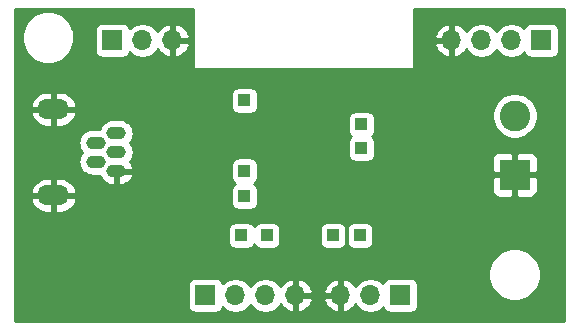
<source format=gbr>
G04 #@! TF.GenerationSoftware,KiCad,Pcbnew,(5.1.10)-1*
G04 #@! TF.CreationDate,2021-09-16T22:40:54-04:00*
G04 #@! TF.ProjectId,ESP_Switch,4553505f-5377-4697-9463-682e6b696361,v1.2*
G04 #@! TF.SameCoordinates,Original*
G04 #@! TF.FileFunction,Copper,L2,Bot*
G04 #@! TF.FilePolarity,Positive*
%FSLAX46Y46*%
G04 Gerber Fmt 4.6, Leading zero omitted, Abs format (unit mm)*
G04 Created by KiCad (PCBNEW (5.1.10)-1) date 2021-09-16 22:40:54*
%MOMM*%
%LPD*%
G01*
G04 APERTURE LIST*
G04 #@! TA.AperFunction,ComponentPad*
%ADD10O,2.700000X1.700000*%
G04 #@! TD*
G04 #@! TA.AperFunction,ComponentPad*
%ADD11O,1.650000X1.100000*%
G04 #@! TD*
G04 #@! TA.AperFunction,SMDPad,CuDef*
%ADD12R,1.000000X1.000000*%
G04 #@! TD*
G04 #@! TA.AperFunction,ComponentPad*
%ADD13O,1.700000X1.700000*%
G04 #@! TD*
G04 #@! TA.AperFunction,ComponentPad*
%ADD14R,1.700000X1.700000*%
G04 #@! TD*
G04 #@! TA.AperFunction,ComponentPad*
%ADD15C,2.600000*%
G04 #@! TD*
G04 #@! TA.AperFunction,ComponentPad*
%ADD16R,2.600000X2.600000*%
G04 #@! TD*
G04 #@! TA.AperFunction,ViaPad*
%ADD17C,0.800000*%
G04 #@! TD*
G04 #@! TA.AperFunction,Conductor*
%ADD18C,0.254000*%
G04 #@! TD*
G04 #@! TA.AperFunction,Conductor*
%ADD19C,0.100000*%
G04 #@! TD*
G04 APERTURE END LIST*
D10*
X83138800Y-94137500D03*
X83138800Y-86837500D03*
D11*
X86713800Y-91287500D03*
X86713800Y-89687500D03*
X88463800Y-92087500D03*
X88463800Y-88887500D03*
X88463800Y-90487500D03*
D12*
X99314000Y-92075000D03*
X99314000Y-94234000D03*
X109220000Y-88138000D03*
X109220000Y-90170000D03*
X109093000Y-97536000D03*
X106807000Y-97536000D03*
X101219000Y-97536000D03*
X99060000Y-97536000D03*
X99314000Y-86106000D03*
D13*
X93218000Y-81026000D03*
X90678000Y-81026000D03*
D14*
X88138000Y-81026000D03*
X96012000Y-102616000D03*
D13*
X98552000Y-102616000D03*
X101092000Y-102616000D03*
X103632000Y-102616000D03*
D15*
X122200000Y-87400000D03*
D16*
X122200000Y-92400000D03*
D13*
X116840000Y-81026000D03*
X119380000Y-81026000D03*
X121920000Y-81026000D03*
D14*
X124460000Y-81026000D03*
D13*
X107442000Y-102616000D03*
X109982000Y-102616000D03*
D14*
X112522000Y-102616000D03*
D17*
X113538000Y-100330000D03*
X115062000Y-101981000D03*
X122923300Y-79070200D03*
X120688100Y-79070200D03*
X96774000Y-99949000D03*
X111506000Y-100330000D03*
X119126000Y-94742000D03*
X84836000Y-104394000D03*
X86360000Y-104394000D03*
X90932000Y-102870000D03*
X90932000Y-104394000D03*
X90424000Y-96774000D03*
X92456000Y-92710000D03*
X92456000Y-93980000D03*
X92456000Y-95123000D03*
X125780800Y-79082900D03*
X83566000Y-97282000D03*
X86360000Y-103124000D03*
X95377000Y-99949000D03*
X88900000Y-96266000D03*
X91186000Y-99060000D03*
X84836000Y-103124000D03*
X86614000Y-99822000D03*
X84836000Y-99822000D03*
X84836000Y-98552000D03*
X86614000Y-98552000D03*
X94615000Y-104394000D03*
X118999000Y-103759000D03*
X125349000Y-103759000D03*
X86600000Y-86050000D03*
X86700000Y-83200000D03*
X89500000Y-83200000D03*
X91200000Y-85750000D03*
X89600000Y-87300000D03*
X87000000Y-93400000D03*
X86800000Y-87950000D03*
X84650000Y-90450000D03*
X85850000Y-94550000D03*
X99314000Y-86106000D03*
X99060000Y-97536000D03*
X101219000Y-97536000D03*
X106807000Y-97536000D03*
X109093000Y-97536000D03*
X109220000Y-90170000D03*
X109220000Y-88138000D03*
X99314000Y-94234000D03*
X99314000Y-92075000D03*
D18*
X94996000Y-83312000D02*
X94998440Y-83336776D01*
X95005667Y-83360601D01*
X95017403Y-83382557D01*
X95033197Y-83401803D01*
X95052443Y-83417597D01*
X95074399Y-83429333D01*
X95098224Y-83436560D01*
X95123000Y-83439000D01*
X113538000Y-83439000D01*
X113562776Y-83436560D01*
X113586601Y-83429333D01*
X113608557Y-83417597D01*
X113627803Y-83401803D01*
X113643597Y-83382557D01*
X113655333Y-83360601D01*
X113662560Y-83336776D01*
X113665000Y-83312000D01*
X113665000Y-81382891D01*
X115398519Y-81382891D01*
X115495843Y-81657252D01*
X115644822Y-81907355D01*
X115839731Y-82123588D01*
X116073080Y-82297641D01*
X116335901Y-82422825D01*
X116483110Y-82467476D01*
X116713000Y-82346155D01*
X116713000Y-81153000D01*
X115519186Y-81153000D01*
X115398519Y-81382891D01*
X113665000Y-81382891D01*
X113665000Y-80669109D01*
X115398519Y-80669109D01*
X115519186Y-80899000D01*
X116713000Y-80899000D01*
X116713000Y-79705845D01*
X116967000Y-79705845D01*
X116967000Y-80899000D01*
X116987000Y-80899000D01*
X116987000Y-81153000D01*
X116967000Y-81153000D01*
X116967000Y-82346155D01*
X117196890Y-82467476D01*
X117344099Y-82422825D01*
X117606920Y-82297641D01*
X117840269Y-82123588D01*
X118035178Y-81907355D01*
X118104805Y-81790466D01*
X118226525Y-81972632D01*
X118433368Y-82179475D01*
X118676589Y-82341990D01*
X118946842Y-82453932D01*
X119233740Y-82511000D01*
X119526260Y-82511000D01*
X119813158Y-82453932D01*
X120083411Y-82341990D01*
X120326632Y-82179475D01*
X120533475Y-81972632D01*
X120650000Y-81798240D01*
X120766525Y-81972632D01*
X120973368Y-82179475D01*
X121216589Y-82341990D01*
X121486842Y-82453932D01*
X121773740Y-82511000D01*
X122066260Y-82511000D01*
X122353158Y-82453932D01*
X122623411Y-82341990D01*
X122866632Y-82179475D01*
X122998487Y-82047620D01*
X123020498Y-82120180D01*
X123079463Y-82230494D01*
X123158815Y-82327185D01*
X123255506Y-82406537D01*
X123365820Y-82465502D01*
X123485518Y-82501812D01*
X123610000Y-82514072D01*
X125310000Y-82514072D01*
X125434482Y-82501812D01*
X125554180Y-82465502D01*
X125664494Y-82406537D01*
X125761185Y-82327185D01*
X125840537Y-82230494D01*
X125899502Y-82120180D01*
X125935812Y-82000482D01*
X125948072Y-81876000D01*
X125948072Y-80176000D01*
X125935812Y-80051518D01*
X125899502Y-79931820D01*
X125840537Y-79821506D01*
X125761185Y-79724815D01*
X125664494Y-79645463D01*
X125554180Y-79586498D01*
X125434482Y-79550188D01*
X125310000Y-79537928D01*
X123610000Y-79537928D01*
X123485518Y-79550188D01*
X123365820Y-79586498D01*
X123255506Y-79645463D01*
X123158815Y-79724815D01*
X123079463Y-79821506D01*
X123020498Y-79931820D01*
X122998487Y-80004380D01*
X122866632Y-79872525D01*
X122623411Y-79710010D01*
X122353158Y-79598068D01*
X122066260Y-79541000D01*
X121773740Y-79541000D01*
X121486842Y-79598068D01*
X121216589Y-79710010D01*
X120973368Y-79872525D01*
X120766525Y-80079368D01*
X120650000Y-80253760D01*
X120533475Y-80079368D01*
X120326632Y-79872525D01*
X120083411Y-79710010D01*
X119813158Y-79598068D01*
X119526260Y-79541000D01*
X119233740Y-79541000D01*
X118946842Y-79598068D01*
X118676589Y-79710010D01*
X118433368Y-79872525D01*
X118226525Y-80079368D01*
X118104805Y-80261534D01*
X118035178Y-80144645D01*
X117840269Y-79928412D01*
X117606920Y-79754359D01*
X117344099Y-79629175D01*
X117196890Y-79584524D01*
X116967000Y-79705845D01*
X116713000Y-79705845D01*
X116483110Y-79584524D01*
X116335901Y-79629175D01*
X116073080Y-79754359D01*
X115839731Y-79928412D01*
X115644822Y-80144645D01*
X115495843Y-80394748D01*
X115398519Y-80669109D01*
X113665000Y-80669109D01*
X113665000Y-78384000D01*
X126340001Y-78384000D01*
X126340000Y-104750000D01*
X79908000Y-104750000D01*
X79908000Y-101766000D01*
X94523928Y-101766000D01*
X94523928Y-103466000D01*
X94536188Y-103590482D01*
X94572498Y-103710180D01*
X94631463Y-103820494D01*
X94710815Y-103917185D01*
X94807506Y-103996537D01*
X94917820Y-104055502D01*
X95037518Y-104091812D01*
X95162000Y-104104072D01*
X96862000Y-104104072D01*
X96986482Y-104091812D01*
X97106180Y-104055502D01*
X97216494Y-103996537D01*
X97313185Y-103917185D01*
X97392537Y-103820494D01*
X97451502Y-103710180D01*
X97473513Y-103637620D01*
X97605368Y-103769475D01*
X97848589Y-103931990D01*
X98118842Y-104043932D01*
X98405740Y-104101000D01*
X98698260Y-104101000D01*
X98985158Y-104043932D01*
X99255411Y-103931990D01*
X99498632Y-103769475D01*
X99705475Y-103562632D01*
X99822000Y-103388240D01*
X99938525Y-103562632D01*
X100145368Y-103769475D01*
X100388589Y-103931990D01*
X100658842Y-104043932D01*
X100945740Y-104101000D01*
X101238260Y-104101000D01*
X101525158Y-104043932D01*
X101795411Y-103931990D01*
X102038632Y-103769475D01*
X102245475Y-103562632D01*
X102367195Y-103380466D01*
X102436822Y-103497355D01*
X102631731Y-103713588D01*
X102865080Y-103887641D01*
X103127901Y-104012825D01*
X103275110Y-104057476D01*
X103505000Y-103936155D01*
X103505000Y-102743000D01*
X103759000Y-102743000D01*
X103759000Y-103936155D01*
X103988890Y-104057476D01*
X104136099Y-104012825D01*
X104398920Y-103887641D01*
X104632269Y-103713588D01*
X104827178Y-103497355D01*
X104976157Y-103247252D01*
X105073481Y-102972891D01*
X106000519Y-102972891D01*
X106097843Y-103247252D01*
X106246822Y-103497355D01*
X106441731Y-103713588D01*
X106675080Y-103887641D01*
X106937901Y-104012825D01*
X107085110Y-104057476D01*
X107315000Y-103936155D01*
X107315000Y-102743000D01*
X106121186Y-102743000D01*
X106000519Y-102972891D01*
X105073481Y-102972891D01*
X104952814Y-102743000D01*
X103759000Y-102743000D01*
X103505000Y-102743000D01*
X103485000Y-102743000D01*
X103485000Y-102489000D01*
X103505000Y-102489000D01*
X103505000Y-101295845D01*
X103759000Y-101295845D01*
X103759000Y-102489000D01*
X104952814Y-102489000D01*
X105073481Y-102259109D01*
X106000519Y-102259109D01*
X106121186Y-102489000D01*
X107315000Y-102489000D01*
X107315000Y-101295845D01*
X107569000Y-101295845D01*
X107569000Y-102489000D01*
X107589000Y-102489000D01*
X107589000Y-102743000D01*
X107569000Y-102743000D01*
X107569000Y-103936155D01*
X107798890Y-104057476D01*
X107946099Y-104012825D01*
X108208920Y-103887641D01*
X108442269Y-103713588D01*
X108637178Y-103497355D01*
X108706805Y-103380466D01*
X108828525Y-103562632D01*
X109035368Y-103769475D01*
X109278589Y-103931990D01*
X109548842Y-104043932D01*
X109835740Y-104101000D01*
X110128260Y-104101000D01*
X110415158Y-104043932D01*
X110685411Y-103931990D01*
X110928632Y-103769475D01*
X111060487Y-103637620D01*
X111082498Y-103710180D01*
X111141463Y-103820494D01*
X111220815Y-103917185D01*
X111317506Y-103996537D01*
X111427820Y-104055502D01*
X111547518Y-104091812D01*
X111672000Y-104104072D01*
X113372000Y-104104072D01*
X113496482Y-104091812D01*
X113616180Y-104055502D01*
X113726494Y-103996537D01*
X113823185Y-103917185D01*
X113902537Y-103820494D01*
X113961502Y-103710180D01*
X113997812Y-103590482D01*
X114010072Y-103466000D01*
X114010072Y-101766000D01*
X113997812Y-101641518D01*
X113961502Y-101521820D01*
X113902537Y-101411506D01*
X113823185Y-101314815D01*
X113726494Y-101235463D01*
X113616180Y-101176498D01*
X113496482Y-101140188D01*
X113372000Y-101127928D01*
X111672000Y-101127928D01*
X111547518Y-101140188D01*
X111427820Y-101176498D01*
X111317506Y-101235463D01*
X111220815Y-101314815D01*
X111141463Y-101411506D01*
X111082498Y-101521820D01*
X111060487Y-101594380D01*
X110928632Y-101462525D01*
X110685411Y-101300010D01*
X110415158Y-101188068D01*
X110128260Y-101131000D01*
X109835740Y-101131000D01*
X109548842Y-101188068D01*
X109278589Y-101300010D01*
X109035368Y-101462525D01*
X108828525Y-101669368D01*
X108706805Y-101851534D01*
X108637178Y-101734645D01*
X108442269Y-101518412D01*
X108208920Y-101344359D01*
X107946099Y-101219175D01*
X107798890Y-101174524D01*
X107569000Y-101295845D01*
X107315000Y-101295845D01*
X107085110Y-101174524D01*
X106937901Y-101219175D01*
X106675080Y-101344359D01*
X106441731Y-101518412D01*
X106246822Y-101734645D01*
X106097843Y-101984748D01*
X106000519Y-102259109D01*
X105073481Y-102259109D01*
X104976157Y-101984748D01*
X104827178Y-101734645D01*
X104632269Y-101518412D01*
X104398920Y-101344359D01*
X104136099Y-101219175D01*
X103988890Y-101174524D01*
X103759000Y-101295845D01*
X103505000Y-101295845D01*
X103275110Y-101174524D01*
X103127901Y-101219175D01*
X102865080Y-101344359D01*
X102631731Y-101518412D01*
X102436822Y-101734645D01*
X102367195Y-101851534D01*
X102245475Y-101669368D01*
X102038632Y-101462525D01*
X101795411Y-101300010D01*
X101525158Y-101188068D01*
X101238260Y-101131000D01*
X100945740Y-101131000D01*
X100658842Y-101188068D01*
X100388589Y-101300010D01*
X100145368Y-101462525D01*
X99938525Y-101669368D01*
X99822000Y-101843760D01*
X99705475Y-101669368D01*
X99498632Y-101462525D01*
X99255411Y-101300010D01*
X98985158Y-101188068D01*
X98698260Y-101131000D01*
X98405740Y-101131000D01*
X98118842Y-101188068D01*
X97848589Y-101300010D01*
X97605368Y-101462525D01*
X97473513Y-101594380D01*
X97451502Y-101521820D01*
X97392537Y-101411506D01*
X97313185Y-101314815D01*
X97216494Y-101235463D01*
X97106180Y-101176498D01*
X96986482Y-101140188D01*
X96862000Y-101127928D01*
X95162000Y-101127928D01*
X95037518Y-101140188D01*
X94917820Y-101176498D01*
X94807506Y-101235463D01*
X94710815Y-101314815D01*
X94631463Y-101411506D01*
X94572498Y-101521820D01*
X94536188Y-101641518D01*
X94523928Y-101766000D01*
X79908000Y-101766000D01*
X79908000Y-100617872D01*
X119939000Y-100617872D01*
X119939000Y-101058128D01*
X120024890Y-101489925D01*
X120193369Y-101896669D01*
X120437962Y-102262729D01*
X120749271Y-102574038D01*
X121115331Y-102818631D01*
X121522075Y-102987110D01*
X121953872Y-103073000D01*
X122394128Y-103073000D01*
X122825925Y-102987110D01*
X123232669Y-102818631D01*
X123598729Y-102574038D01*
X123910038Y-102262729D01*
X124154631Y-101896669D01*
X124323110Y-101489925D01*
X124409000Y-101058128D01*
X124409000Y-100617872D01*
X124323110Y-100186075D01*
X124154631Y-99779331D01*
X123910038Y-99413271D01*
X123598729Y-99101962D01*
X123232669Y-98857369D01*
X122825925Y-98688890D01*
X122394128Y-98603000D01*
X121953872Y-98603000D01*
X121522075Y-98688890D01*
X121115331Y-98857369D01*
X120749271Y-99101962D01*
X120437962Y-99413271D01*
X120193369Y-99779331D01*
X120024890Y-100186075D01*
X119939000Y-100617872D01*
X79908000Y-100617872D01*
X79908000Y-97036000D01*
X97921928Y-97036000D01*
X97921928Y-98036000D01*
X97934188Y-98160482D01*
X97970498Y-98280180D01*
X98029463Y-98390494D01*
X98108815Y-98487185D01*
X98205506Y-98566537D01*
X98315820Y-98625502D01*
X98435518Y-98661812D01*
X98560000Y-98674072D01*
X99560000Y-98674072D01*
X99684482Y-98661812D01*
X99804180Y-98625502D01*
X99914494Y-98566537D01*
X100011185Y-98487185D01*
X100090537Y-98390494D01*
X100139500Y-98298892D01*
X100188463Y-98390494D01*
X100267815Y-98487185D01*
X100364506Y-98566537D01*
X100474820Y-98625502D01*
X100594518Y-98661812D01*
X100719000Y-98674072D01*
X101719000Y-98674072D01*
X101843482Y-98661812D01*
X101963180Y-98625502D01*
X102073494Y-98566537D01*
X102170185Y-98487185D01*
X102249537Y-98390494D01*
X102308502Y-98280180D01*
X102344812Y-98160482D01*
X102357072Y-98036000D01*
X102357072Y-97036000D01*
X105668928Y-97036000D01*
X105668928Y-98036000D01*
X105681188Y-98160482D01*
X105717498Y-98280180D01*
X105776463Y-98390494D01*
X105855815Y-98487185D01*
X105952506Y-98566537D01*
X106062820Y-98625502D01*
X106182518Y-98661812D01*
X106307000Y-98674072D01*
X107307000Y-98674072D01*
X107431482Y-98661812D01*
X107551180Y-98625502D01*
X107661494Y-98566537D01*
X107758185Y-98487185D01*
X107837537Y-98390494D01*
X107896502Y-98280180D01*
X107932812Y-98160482D01*
X107945072Y-98036000D01*
X107945072Y-97036000D01*
X107954928Y-97036000D01*
X107954928Y-98036000D01*
X107967188Y-98160482D01*
X108003498Y-98280180D01*
X108062463Y-98390494D01*
X108141815Y-98487185D01*
X108238506Y-98566537D01*
X108348820Y-98625502D01*
X108468518Y-98661812D01*
X108593000Y-98674072D01*
X109593000Y-98674072D01*
X109717482Y-98661812D01*
X109837180Y-98625502D01*
X109947494Y-98566537D01*
X110044185Y-98487185D01*
X110123537Y-98390494D01*
X110182502Y-98280180D01*
X110218812Y-98160482D01*
X110231072Y-98036000D01*
X110231072Y-97036000D01*
X110218812Y-96911518D01*
X110182502Y-96791820D01*
X110123537Y-96681506D01*
X110044185Y-96584815D01*
X109947494Y-96505463D01*
X109837180Y-96446498D01*
X109717482Y-96410188D01*
X109593000Y-96397928D01*
X108593000Y-96397928D01*
X108468518Y-96410188D01*
X108348820Y-96446498D01*
X108238506Y-96505463D01*
X108141815Y-96584815D01*
X108062463Y-96681506D01*
X108003498Y-96791820D01*
X107967188Y-96911518D01*
X107954928Y-97036000D01*
X107945072Y-97036000D01*
X107932812Y-96911518D01*
X107896502Y-96791820D01*
X107837537Y-96681506D01*
X107758185Y-96584815D01*
X107661494Y-96505463D01*
X107551180Y-96446498D01*
X107431482Y-96410188D01*
X107307000Y-96397928D01*
X106307000Y-96397928D01*
X106182518Y-96410188D01*
X106062820Y-96446498D01*
X105952506Y-96505463D01*
X105855815Y-96584815D01*
X105776463Y-96681506D01*
X105717498Y-96791820D01*
X105681188Y-96911518D01*
X105668928Y-97036000D01*
X102357072Y-97036000D01*
X102344812Y-96911518D01*
X102308502Y-96791820D01*
X102249537Y-96681506D01*
X102170185Y-96584815D01*
X102073494Y-96505463D01*
X101963180Y-96446498D01*
X101843482Y-96410188D01*
X101719000Y-96397928D01*
X100719000Y-96397928D01*
X100594518Y-96410188D01*
X100474820Y-96446498D01*
X100364506Y-96505463D01*
X100267815Y-96584815D01*
X100188463Y-96681506D01*
X100139500Y-96773108D01*
X100090537Y-96681506D01*
X100011185Y-96584815D01*
X99914494Y-96505463D01*
X99804180Y-96446498D01*
X99684482Y-96410188D01*
X99560000Y-96397928D01*
X98560000Y-96397928D01*
X98435518Y-96410188D01*
X98315820Y-96446498D01*
X98205506Y-96505463D01*
X98108815Y-96584815D01*
X98029463Y-96681506D01*
X97970498Y-96791820D01*
X97934188Y-96911518D01*
X97921928Y-97036000D01*
X79908000Y-97036000D01*
X79908000Y-94494390D01*
X81197324Y-94494390D01*
X81218237Y-94588453D01*
X81333509Y-94856926D01*
X81498943Y-95097752D01*
X81708181Y-95301676D01*
X81953182Y-95460861D01*
X82224531Y-95569190D01*
X82511800Y-95622500D01*
X83011800Y-95622500D01*
X83011800Y-94264500D01*
X83265800Y-94264500D01*
X83265800Y-95622500D01*
X83765800Y-95622500D01*
X84053069Y-95569190D01*
X84324418Y-95460861D01*
X84569419Y-95301676D01*
X84778657Y-95097752D01*
X84944091Y-94856926D01*
X85059363Y-94588453D01*
X85080276Y-94494390D01*
X84958955Y-94264500D01*
X83265800Y-94264500D01*
X83011800Y-94264500D01*
X81318645Y-94264500D01*
X81197324Y-94494390D01*
X79908000Y-94494390D01*
X79908000Y-93780610D01*
X81197324Y-93780610D01*
X81318645Y-94010500D01*
X83011800Y-94010500D01*
X83011800Y-92652500D01*
X83265800Y-92652500D01*
X83265800Y-94010500D01*
X84958955Y-94010500D01*
X85080276Y-93780610D01*
X85059363Y-93686547D01*
X84944091Y-93418074D01*
X84778657Y-93177248D01*
X84569419Y-92973324D01*
X84324418Y-92814139D01*
X84053069Y-92705810D01*
X83765800Y-92652500D01*
X83265800Y-92652500D01*
X83011800Y-92652500D01*
X82511800Y-92652500D01*
X82224531Y-92705810D01*
X81953182Y-92814139D01*
X81708181Y-92973324D01*
X81498943Y-93177248D01*
X81333509Y-93418074D01*
X81218237Y-93686547D01*
X81197324Y-93780610D01*
X79908000Y-93780610D01*
X79908000Y-89687500D01*
X85248067Y-89687500D01*
X85270947Y-89919800D01*
X85338706Y-90143174D01*
X85448742Y-90349036D01*
X85562377Y-90487500D01*
X85448742Y-90625964D01*
X85338706Y-90831826D01*
X85270947Y-91055200D01*
X85248067Y-91287500D01*
X85270947Y-91519800D01*
X85338706Y-91743174D01*
X85448742Y-91949036D01*
X85596825Y-92129475D01*
X85777264Y-92277558D01*
X85983126Y-92387594D01*
X86206500Y-92455353D01*
X86380593Y-92472500D01*
X87047007Y-92472500D01*
X87064452Y-92470782D01*
X87132950Y-92640254D01*
X87261075Y-92835619D01*
X87424852Y-93002234D01*
X87617987Y-93133696D01*
X87833058Y-93224954D01*
X88061800Y-93272500D01*
X88336800Y-93272500D01*
X88336800Y-92214500D01*
X88590800Y-92214500D01*
X88590800Y-93272500D01*
X88865800Y-93272500D01*
X89094542Y-93224954D01*
X89309613Y-93133696D01*
X89502748Y-93002234D01*
X89666525Y-92835619D01*
X89794650Y-92640254D01*
X89882199Y-92423647D01*
X89882603Y-92397244D01*
X89757161Y-92214500D01*
X88590800Y-92214500D01*
X88336800Y-92214500D01*
X88316800Y-92214500D01*
X88316800Y-91960500D01*
X88336800Y-91960500D01*
X88336800Y-91940500D01*
X88590800Y-91940500D01*
X88590800Y-91960500D01*
X89757161Y-91960500D01*
X89882603Y-91777756D01*
X89882199Y-91751353D01*
X89810921Y-91575000D01*
X98175928Y-91575000D01*
X98175928Y-92575000D01*
X98188188Y-92699482D01*
X98224498Y-92819180D01*
X98283463Y-92929494D01*
X98362815Y-93026185D01*
X98459506Y-93105537D01*
X98551108Y-93154500D01*
X98459506Y-93203463D01*
X98362815Y-93282815D01*
X98283463Y-93379506D01*
X98224498Y-93489820D01*
X98188188Y-93609518D01*
X98175928Y-93734000D01*
X98175928Y-94734000D01*
X98188188Y-94858482D01*
X98224498Y-94978180D01*
X98283463Y-95088494D01*
X98362815Y-95185185D01*
X98459506Y-95264537D01*
X98569820Y-95323502D01*
X98689518Y-95359812D01*
X98814000Y-95372072D01*
X99814000Y-95372072D01*
X99938482Y-95359812D01*
X100058180Y-95323502D01*
X100168494Y-95264537D01*
X100265185Y-95185185D01*
X100344537Y-95088494D01*
X100403502Y-94978180D01*
X100439812Y-94858482D01*
X100452072Y-94734000D01*
X100452072Y-93734000D01*
X100448724Y-93700000D01*
X120261928Y-93700000D01*
X120274188Y-93824482D01*
X120310498Y-93944180D01*
X120369463Y-94054494D01*
X120448815Y-94151185D01*
X120545506Y-94230537D01*
X120655820Y-94289502D01*
X120775518Y-94325812D01*
X120900000Y-94338072D01*
X121914250Y-94335000D01*
X122073000Y-94176250D01*
X122073000Y-92527000D01*
X122327000Y-92527000D01*
X122327000Y-94176250D01*
X122485750Y-94335000D01*
X123500000Y-94338072D01*
X123624482Y-94325812D01*
X123744180Y-94289502D01*
X123854494Y-94230537D01*
X123951185Y-94151185D01*
X124030537Y-94054494D01*
X124089502Y-93944180D01*
X124125812Y-93824482D01*
X124138072Y-93700000D01*
X124135000Y-92685750D01*
X123976250Y-92527000D01*
X122327000Y-92527000D01*
X122073000Y-92527000D01*
X120423750Y-92527000D01*
X120265000Y-92685750D01*
X120261928Y-93700000D01*
X100448724Y-93700000D01*
X100439812Y-93609518D01*
X100403502Y-93489820D01*
X100344537Y-93379506D01*
X100265185Y-93282815D01*
X100168494Y-93203463D01*
X100076892Y-93154500D01*
X100168494Y-93105537D01*
X100265185Y-93026185D01*
X100344537Y-92929494D01*
X100403502Y-92819180D01*
X100439812Y-92699482D01*
X100452072Y-92575000D01*
X100452072Y-91575000D01*
X100439812Y-91450518D01*
X100403502Y-91330820D01*
X100344537Y-91220506D01*
X100265185Y-91123815D01*
X100168494Y-91044463D01*
X100058180Y-90985498D01*
X99938482Y-90949188D01*
X99814000Y-90936928D01*
X98814000Y-90936928D01*
X98689518Y-90949188D01*
X98569820Y-90985498D01*
X98459506Y-91044463D01*
X98362815Y-91123815D01*
X98283463Y-91220506D01*
X98224498Y-91330820D01*
X98188188Y-91450518D01*
X98175928Y-91575000D01*
X89810921Y-91575000D01*
X89794650Y-91534746D01*
X89666525Y-91339381D01*
X89615362Y-91287331D01*
X89728858Y-91149036D01*
X89838894Y-90943174D01*
X89906653Y-90719800D01*
X89929533Y-90487500D01*
X89906653Y-90255200D01*
X89838894Y-90031826D01*
X89728858Y-89825964D01*
X89615223Y-89687500D01*
X89728858Y-89549036D01*
X89838894Y-89343174D01*
X89906653Y-89119800D01*
X89929533Y-88887500D01*
X89906653Y-88655200D01*
X89838894Y-88431826D01*
X89728858Y-88225964D01*
X89580775Y-88045525D01*
X89400336Y-87897442D01*
X89194474Y-87787406D01*
X88971100Y-87719647D01*
X88797007Y-87702500D01*
X88130593Y-87702500D01*
X87956500Y-87719647D01*
X87733126Y-87787406D01*
X87527264Y-87897442D01*
X87346825Y-88045525D01*
X87198742Y-88225964D01*
X87088706Y-88431826D01*
X87066680Y-88504438D01*
X87047007Y-88502500D01*
X86380593Y-88502500D01*
X86206500Y-88519647D01*
X85983126Y-88587406D01*
X85777264Y-88697442D01*
X85596825Y-88845525D01*
X85448742Y-89025964D01*
X85338706Y-89231826D01*
X85270947Y-89455200D01*
X85248067Y-89687500D01*
X79908000Y-89687500D01*
X79908000Y-87194390D01*
X81197324Y-87194390D01*
X81218237Y-87288453D01*
X81333509Y-87556926D01*
X81498943Y-87797752D01*
X81708181Y-88001676D01*
X81953182Y-88160861D01*
X82224531Y-88269190D01*
X82511800Y-88322500D01*
X83011800Y-88322500D01*
X83011800Y-86964500D01*
X83265800Y-86964500D01*
X83265800Y-88322500D01*
X83765800Y-88322500D01*
X84053069Y-88269190D01*
X84324418Y-88160861D01*
X84569419Y-88001676D01*
X84778657Y-87797752D01*
X84888397Y-87638000D01*
X108081928Y-87638000D01*
X108081928Y-88638000D01*
X108094188Y-88762482D01*
X108130498Y-88882180D01*
X108189463Y-88992494D01*
X108268815Y-89089185D01*
X108347793Y-89154000D01*
X108268815Y-89218815D01*
X108189463Y-89315506D01*
X108130498Y-89425820D01*
X108094188Y-89545518D01*
X108081928Y-89670000D01*
X108081928Y-90670000D01*
X108094188Y-90794482D01*
X108130498Y-90914180D01*
X108189463Y-91024494D01*
X108268815Y-91121185D01*
X108365506Y-91200537D01*
X108475820Y-91259502D01*
X108595518Y-91295812D01*
X108720000Y-91308072D01*
X109720000Y-91308072D01*
X109844482Y-91295812D01*
X109964180Y-91259502D01*
X110074494Y-91200537D01*
X110171185Y-91121185D01*
X110188571Y-91100000D01*
X120261928Y-91100000D01*
X120265000Y-92114250D01*
X120423750Y-92273000D01*
X122073000Y-92273000D01*
X122073000Y-90623750D01*
X122327000Y-90623750D01*
X122327000Y-92273000D01*
X123976250Y-92273000D01*
X124135000Y-92114250D01*
X124138072Y-91100000D01*
X124125812Y-90975518D01*
X124089502Y-90855820D01*
X124030537Y-90745506D01*
X123951185Y-90648815D01*
X123854494Y-90569463D01*
X123744180Y-90510498D01*
X123624482Y-90474188D01*
X123500000Y-90461928D01*
X122485750Y-90465000D01*
X122327000Y-90623750D01*
X122073000Y-90623750D01*
X121914250Y-90465000D01*
X120900000Y-90461928D01*
X120775518Y-90474188D01*
X120655820Y-90510498D01*
X120545506Y-90569463D01*
X120448815Y-90648815D01*
X120369463Y-90745506D01*
X120310498Y-90855820D01*
X120274188Y-90975518D01*
X120261928Y-91100000D01*
X110188571Y-91100000D01*
X110250537Y-91024494D01*
X110309502Y-90914180D01*
X110345812Y-90794482D01*
X110358072Y-90670000D01*
X110358072Y-89670000D01*
X110345812Y-89545518D01*
X110309502Y-89425820D01*
X110250537Y-89315506D01*
X110171185Y-89218815D01*
X110092207Y-89154000D01*
X110171185Y-89089185D01*
X110250537Y-88992494D01*
X110309502Y-88882180D01*
X110345812Y-88762482D01*
X110358072Y-88638000D01*
X110358072Y-87638000D01*
X110345812Y-87513518D01*
X110309502Y-87393820D01*
X110250537Y-87283506D01*
X110189736Y-87209419D01*
X120265000Y-87209419D01*
X120265000Y-87590581D01*
X120339361Y-87964419D01*
X120485225Y-88316566D01*
X120696987Y-88633491D01*
X120966509Y-88903013D01*
X121283434Y-89114775D01*
X121635581Y-89260639D01*
X122009419Y-89335000D01*
X122390581Y-89335000D01*
X122764419Y-89260639D01*
X123116566Y-89114775D01*
X123433491Y-88903013D01*
X123703013Y-88633491D01*
X123914775Y-88316566D01*
X124060639Y-87964419D01*
X124135000Y-87590581D01*
X124135000Y-87209419D01*
X124060639Y-86835581D01*
X123914775Y-86483434D01*
X123703013Y-86166509D01*
X123433491Y-85896987D01*
X123116566Y-85685225D01*
X122764419Y-85539361D01*
X122390581Y-85465000D01*
X122009419Y-85465000D01*
X121635581Y-85539361D01*
X121283434Y-85685225D01*
X120966509Y-85896987D01*
X120696987Y-86166509D01*
X120485225Y-86483434D01*
X120339361Y-86835581D01*
X120265000Y-87209419D01*
X110189736Y-87209419D01*
X110171185Y-87186815D01*
X110074494Y-87107463D01*
X109964180Y-87048498D01*
X109844482Y-87012188D01*
X109720000Y-86999928D01*
X108720000Y-86999928D01*
X108595518Y-87012188D01*
X108475820Y-87048498D01*
X108365506Y-87107463D01*
X108268815Y-87186815D01*
X108189463Y-87283506D01*
X108130498Y-87393820D01*
X108094188Y-87513518D01*
X108081928Y-87638000D01*
X84888397Y-87638000D01*
X84944091Y-87556926D01*
X85059363Y-87288453D01*
X85080276Y-87194390D01*
X84958955Y-86964500D01*
X83265800Y-86964500D01*
X83011800Y-86964500D01*
X81318645Y-86964500D01*
X81197324Y-87194390D01*
X79908000Y-87194390D01*
X79908000Y-86480610D01*
X81197324Y-86480610D01*
X81318645Y-86710500D01*
X83011800Y-86710500D01*
X83011800Y-85352500D01*
X83265800Y-85352500D01*
X83265800Y-86710500D01*
X84958955Y-86710500D01*
X85080276Y-86480610D01*
X85059363Y-86386547D01*
X84944091Y-86118074D01*
X84778657Y-85877248D01*
X84569419Y-85673324D01*
X84465801Y-85606000D01*
X98175928Y-85606000D01*
X98175928Y-86606000D01*
X98188188Y-86730482D01*
X98224498Y-86850180D01*
X98283463Y-86960494D01*
X98362815Y-87057185D01*
X98459506Y-87136537D01*
X98569820Y-87195502D01*
X98689518Y-87231812D01*
X98814000Y-87244072D01*
X99814000Y-87244072D01*
X99938482Y-87231812D01*
X100058180Y-87195502D01*
X100168494Y-87136537D01*
X100265185Y-87057185D01*
X100344537Y-86960494D01*
X100403502Y-86850180D01*
X100439812Y-86730482D01*
X100452072Y-86606000D01*
X100452072Y-85606000D01*
X100439812Y-85481518D01*
X100403502Y-85361820D01*
X100344537Y-85251506D01*
X100265185Y-85154815D01*
X100168494Y-85075463D01*
X100058180Y-85016498D01*
X99938482Y-84980188D01*
X99814000Y-84967928D01*
X98814000Y-84967928D01*
X98689518Y-84980188D01*
X98569820Y-85016498D01*
X98459506Y-85075463D01*
X98362815Y-85154815D01*
X98283463Y-85251506D01*
X98224498Y-85361820D01*
X98188188Y-85481518D01*
X98175928Y-85606000D01*
X84465801Y-85606000D01*
X84324418Y-85514139D01*
X84053069Y-85405810D01*
X83765800Y-85352500D01*
X83265800Y-85352500D01*
X83011800Y-85352500D01*
X82511800Y-85352500D01*
X82224531Y-85405810D01*
X81953182Y-85514139D01*
X81708181Y-85673324D01*
X81498943Y-85877248D01*
X81333509Y-86118074D01*
X81218237Y-86386547D01*
X81197324Y-86480610D01*
X79908000Y-86480610D01*
X79908000Y-80551872D01*
X80442000Y-80551872D01*
X80442000Y-80992128D01*
X80527890Y-81423925D01*
X80696369Y-81830669D01*
X80940962Y-82196729D01*
X81252271Y-82508038D01*
X81618331Y-82752631D01*
X82025075Y-82921110D01*
X82456872Y-83007000D01*
X82897128Y-83007000D01*
X83328925Y-82921110D01*
X83735669Y-82752631D01*
X84101729Y-82508038D01*
X84413038Y-82196729D01*
X84657631Y-81830669D01*
X84826110Y-81423925D01*
X84912000Y-80992128D01*
X84912000Y-80551872D01*
X84837235Y-80176000D01*
X86649928Y-80176000D01*
X86649928Y-81876000D01*
X86662188Y-82000482D01*
X86698498Y-82120180D01*
X86757463Y-82230494D01*
X86836815Y-82327185D01*
X86933506Y-82406537D01*
X87043820Y-82465502D01*
X87163518Y-82501812D01*
X87288000Y-82514072D01*
X88988000Y-82514072D01*
X89112482Y-82501812D01*
X89232180Y-82465502D01*
X89342494Y-82406537D01*
X89439185Y-82327185D01*
X89518537Y-82230494D01*
X89577502Y-82120180D01*
X89599513Y-82047620D01*
X89731368Y-82179475D01*
X89974589Y-82341990D01*
X90244842Y-82453932D01*
X90531740Y-82511000D01*
X90824260Y-82511000D01*
X91111158Y-82453932D01*
X91381411Y-82341990D01*
X91624632Y-82179475D01*
X91831475Y-81972632D01*
X91953195Y-81790466D01*
X92022822Y-81907355D01*
X92217731Y-82123588D01*
X92451080Y-82297641D01*
X92713901Y-82422825D01*
X92861110Y-82467476D01*
X93091000Y-82346155D01*
X93091000Y-81153000D01*
X93345000Y-81153000D01*
X93345000Y-82346155D01*
X93574890Y-82467476D01*
X93722099Y-82422825D01*
X93984920Y-82297641D01*
X94218269Y-82123588D01*
X94413178Y-81907355D01*
X94562157Y-81657252D01*
X94659481Y-81382891D01*
X94538814Y-81153000D01*
X93345000Y-81153000D01*
X93091000Y-81153000D01*
X93071000Y-81153000D01*
X93071000Y-80899000D01*
X93091000Y-80899000D01*
X93091000Y-79705845D01*
X93345000Y-79705845D01*
X93345000Y-80899000D01*
X94538814Y-80899000D01*
X94659481Y-80669109D01*
X94562157Y-80394748D01*
X94413178Y-80144645D01*
X94218269Y-79928412D01*
X93984920Y-79754359D01*
X93722099Y-79629175D01*
X93574890Y-79584524D01*
X93345000Y-79705845D01*
X93091000Y-79705845D01*
X92861110Y-79584524D01*
X92713901Y-79629175D01*
X92451080Y-79754359D01*
X92217731Y-79928412D01*
X92022822Y-80144645D01*
X91953195Y-80261534D01*
X91831475Y-80079368D01*
X91624632Y-79872525D01*
X91381411Y-79710010D01*
X91111158Y-79598068D01*
X90824260Y-79541000D01*
X90531740Y-79541000D01*
X90244842Y-79598068D01*
X89974589Y-79710010D01*
X89731368Y-79872525D01*
X89599513Y-80004380D01*
X89577502Y-79931820D01*
X89518537Y-79821506D01*
X89439185Y-79724815D01*
X89342494Y-79645463D01*
X89232180Y-79586498D01*
X89112482Y-79550188D01*
X88988000Y-79537928D01*
X87288000Y-79537928D01*
X87163518Y-79550188D01*
X87043820Y-79586498D01*
X86933506Y-79645463D01*
X86836815Y-79724815D01*
X86757463Y-79821506D01*
X86698498Y-79931820D01*
X86662188Y-80051518D01*
X86649928Y-80176000D01*
X84837235Y-80176000D01*
X84826110Y-80120075D01*
X84657631Y-79713331D01*
X84413038Y-79347271D01*
X84101729Y-79035962D01*
X83735669Y-78791369D01*
X83328925Y-78622890D01*
X82897128Y-78537000D01*
X82456872Y-78537000D01*
X82025075Y-78622890D01*
X81618331Y-78791369D01*
X81252271Y-79035962D01*
X80940962Y-79347271D01*
X80696369Y-79713331D01*
X80527890Y-80120075D01*
X80442000Y-80551872D01*
X79908000Y-80551872D01*
X79908000Y-78384000D01*
X94996000Y-78384000D01*
X94996000Y-83312000D01*
G04 #@! TA.AperFunction,Conductor*
D19*
G36*
X94996000Y-83312000D02*
G01*
X94998440Y-83336776D01*
X95005667Y-83360601D01*
X95017403Y-83382557D01*
X95033197Y-83401803D01*
X95052443Y-83417597D01*
X95074399Y-83429333D01*
X95098224Y-83436560D01*
X95123000Y-83439000D01*
X113538000Y-83439000D01*
X113562776Y-83436560D01*
X113586601Y-83429333D01*
X113608557Y-83417597D01*
X113627803Y-83401803D01*
X113643597Y-83382557D01*
X113655333Y-83360601D01*
X113662560Y-83336776D01*
X113665000Y-83312000D01*
X113665000Y-81382891D01*
X115398519Y-81382891D01*
X115495843Y-81657252D01*
X115644822Y-81907355D01*
X115839731Y-82123588D01*
X116073080Y-82297641D01*
X116335901Y-82422825D01*
X116483110Y-82467476D01*
X116713000Y-82346155D01*
X116713000Y-81153000D01*
X115519186Y-81153000D01*
X115398519Y-81382891D01*
X113665000Y-81382891D01*
X113665000Y-80669109D01*
X115398519Y-80669109D01*
X115519186Y-80899000D01*
X116713000Y-80899000D01*
X116713000Y-79705845D01*
X116967000Y-79705845D01*
X116967000Y-80899000D01*
X116987000Y-80899000D01*
X116987000Y-81153000D01*
X116967000Y-81153000D01*
X116967000Y-82346155D01*
X117196890Y-82467476D01*
X117344099Y-82422825D01*
X117606920Y-82297641D01*
X117840269Y-82123588D01*
X118035178Y-81907355D01*
X118104805Y-81790466D01*
X118226525Y-81972632D01*
X118433368Y-82179475D01*
X118676589Y-82341990D01*
X118946842Y-82453932D01*
X119233740Y-82511000D01*
X119526260Y-82511000D01*
X119813158Y-82453932D01*
X120083411Y-82341990D01*
X120326632Y-82179475D01*
X120533475Y-81972632D01*
X120650000Y-81798240D01*
X120766525Y-81972632D01*
X120973368Y-82179475D01*
X121216589Y-82341990D01*
X121486842Y-82453932D01*
X121773740Y-82511000D01*
X122066260Y-82511000D01*
X122353158Y-82453932D01*
X122623411Y-82341990D01*
X122866632Y-82179475D01*
X122998487Y-82047620D01*
X123020498Y-82120180D01*
X123079463Y-82230494D01*
X123158815Y-82327185D01*
X123255506Y-82406537D01*
X123365820Y-82465502D01*
X123485518Y-82501812D01*
X123610000Y-82514072D01*
X125310000Y-82514072D01*
X125434482Y-82501812D01*
X125554180Y-82465502D01*
X125664494Y-82406537D01*
X125761185Y-82327185D01*
X125840537Y-82230494D01*
X125899502Y-82120180D01*
X125935812Y-82000482D01*
X125948072Y-81876000D01*
X125948072Y-80176000D01*
X125935812Y-80051518D01*
X125899502Y-79931820D01*
X125840537Y-79821506D01*
X125761185Y-79724815D01*
X125664494Y-79645463D01*
X125554180Y-79586498D01*
X125434482Y-79550188D01*
X125310000Y-79537928D01*
X123610000Y-79537928D01*
X123485518Y-79550188D01*
X123365820Y-79586498D01*
X123255506Y-79645463D01*
X123158815Y-79724815D01*
X123079463Y-79821506D01*
X123020498Y-79931820D01*
X122998487Y-80004380D01*
X122866632Y-79872525D01*
X122623411Y-79710010D01*
X122353158Y-79598068D01*
X122066260Y-79541000D01*
X121773740Y-79541000D01*
X121486842Y-79598068D01*
X121216589Y-79710010D01*
X120973368Y-79872525D01*
X120766525Y-80079368D01*
X120650000Y-80253760D01*
X120533475Y-80079368D01*
X120326632Y-79872525D01*
X120083411Y-79710010D01*
X119813158Y-79598068D01*
X119526260Y-79541000D01*
X119233740Y-79541000D01*
X118946842Y-79598068D01*
X118676589Y-79710010D01*
X118433368Y-79872525D01*
X118226525Y-80079368D01*
X118104805Y-80261534D01*
X118035178Y-80144645D01*
X117840269Y-79928412D01*
X117606920Y-79754359D01*
X117344099Y-79629175D01*
X117196890Y-79584524D01*
X116967000Y-79705845D01*
X116713000Y-79705845D01*
X116483110Y-79584524D01*
X116335901Y-79629175D01*
X116073080Y-79754359D01*
X115839731Y-79928412D01*
X115644822Y-80144645D01*
X115495843Y-80394748D01*
X115398519Y-80669109D01*
X113665000Y-80669109D01*
X113665000Y-78384000D01*
X126340001Y-78384000D01*
X126340000Y-104750000D01*
X79908000Y-104750000D01*
X79908000Y-101766000D01*
X94523928Y-101766000D01*
X94523928Y-103466000D01*
X94536188Y-103590482D01*
X94572498Y-103710180D01*
X94631463Y-103820494D01*
X94710815Y-103917185D01*
X94807506Y-103996537D01*
X94917820Y-104055502D01*
X95037518Y-104091812D01*
X95162000Y-104104072D01*
X96862000Y-104104072D01*
X96986482Y-104091812D01*
X97106180Y-104055502D01*
X97216494Y-103996537D01*
X97313185Y-103917185D01*
X97392537Y-103820494D01*
X97451502Y-103710180D01*
X97473513Y-103637620D01*
X97605368Y-103769475D01*
X97848589Y-103931990D01*
X98118842Y-104043932D01*
X98405740Y-104101000D01*
X98698260Y-104101000D01*
X98985158Y-104043932D01*
X99255411Y-103931990D01*
X99498632Y-103769475D01*
X99705475Y-103562632D01*
X99822000Y-103388240D01*
X99938525Y-103562632D01*
X100145368Y-103769475D01*
X100388589Y-103931990D01*
X100658842Y-104043932D01*
X100945740Y-104101000D01*
X101238260Y-104101000D01*
X101525158Y-104043932D01*
X101795411Y-103931990D01*
X102038632Y-103769475D01*
X102245475Y-103562632D01*
X102367195Y-103380466D01*
X102436822Y-103497355D01*
X102631731Y-103713588D01*
X102865080Y-103887641D01*
X103127901Y-104012825D01*
X103275110Y-104057476D01*
X103505000Y-103936155D01*
X103505000Y-102743000D01*
X103759000Y-102743000D01*
X103759000Y-103936155D01*
X103988890Y-104057476D01*
X104136099Y-104012825D01*
X104398920Y-103887641D01*
X104632269Y-103713588D01*
X104827178Y-103497355D01*
X104976157Y-103247252D01*
X105073481Y-102972891D01*
X106000519Y-102972891D01*
X106097843Y-103247252D01*
X106246822Y-103497355D01*
X106441731Y-103713588D01*
X106675080Y-103887641D01*
X106937901Y-104012825D01*
X107085110Y-104057476D01*
X107315000Y-103936155D01*
X107315000Y-102743000D01*
X106121186Y-102743000D01*
X106000519Y-102972891D01*
X105073481Y-102972891D01*
X104952814Y-102743000D01*
X103759000Y-102743000D01*
X103505000Y-102743000D01*
X103485000Y-102743000D01*
X103485000Y-102489000D01*
X103505000Y-102489000D01*
X103505000Y-101295845D01*
X103759000Y-101295845D01*
X103759000Y-102489000D01*
X104952814Y-102489000D01*
X105073481Y-102259109D01*
X106000519Y-102259109D01*
X106121186Y-102489000D01*
X107315000Y-102489000D01*
X107315000Y-101295845D01*
X107569000Y-101295845D01*
X107569000Y-102489000D01*
X107589000Y-102489000D01*
X107589000Y-102743000D01*
X107569000Y-102743000D01*
X107569000Y-103936155D01*
X107798890Y-104057476D01*
X107946099Y-104012825D01*
X108208920Y-103887641D01*
X108442269Y-103713588D01*
X108637178Y-103497355D01*
X108706805Y-103380466D01*
X108828525Y-103562632D01*
X109035368Y-103769475D01*
X109278589Y-103931990D01*
X109548842Y-104043932D01*
X109835740Y-104101000D01*
X110128260Y-104101000D01*
X110415158Y-104043932D01*
X110685411Y-103931990D01*
X110928632Y-103769475D01*
X111060487Y-103637620D01*
X111082498Y-103710180D01*
X111141463Y-103820494D01*
X111220815Y-103917185D01*
X111317506Y-103996537D01*
X111427820Y-104055502D01*
X111547518Y-104091812D01*
X111672000Y-104104072D01*
X113372000Y-104104072D01*
X113496482Y-104091812D01*
X113616180Y-104055502D01*
X113726494Y-103996537D01*
X113823185Y-103917185D01*
X113902537Y-103820494D01*
X113961502Y-103710180D01*
X113997812Y-103590482D01*
X114010072Y-103466000D01*
X114010072Y-101766000D01*
X113997812Y-101641518D01*
X113961502Y-101521820D01*
X113902537Y-101411506D01*
X113823185Y-101314815D01*
X113726494Y-101235463D01*
X113616180Y-101176498D01*
X113496482Y-101140188D01*
X113372000Y-101127928D01*
X111672000Y-101127928D01*
X111547518Y-101140188D01*
X111427820Y-101176498D01*
X111317506Y-101235463D01*
X111220815Y-101314815D01*
X111141463Y-101411506D01*
X111082498Y-101521820D01*
X111060487Y-101594380D01*
X110928632Y-101462525D01*
X110685411Y-101300010D01*
X110415158Y-101188068D01*
X110128260Y-101131000D01*
X109835740Y-101131000D01*
X109548842Y-101188068D01*
X109278589Y-101300010D01*
X109035368Y-101462525D01*
X108828525Y-101669368D01*
X108706805Y-101851534D01*
X108637178Y-101734645D01*
X108442269Y-101518412D01*
X108208920Y-101344359D01*
X107946099Y-101219175D01*
X107798890Y-101174524D01*
X107569000Y-101295845D01*
X107315000Y-101295845D01*
X107085110Y-101174524D01*
X106937901Y-101219175D01*
X106675080Y-101344359D01*
X106441731Y-101518412D01*
X106246822Y-101734645D01*
X106097843Y-101984748D01*
X106000519Y-102259109D01*
X105073481Y-102259109D01*
X104976157Y-101984748D01*
X104827178Y-101734645D01*
X104632269Y-101518412D01*
X104398920Y-101344359D01*
X104136099Y-101219175D01*
X103988890Y-101174524D01*
X103759000Y-101295845D01*
X103505000Y-101295845D01*
X103275110Y-101174524D01*
X103127901Y-101219175D01*
X102865080Y-101344359D01*
X102631731Y-101518412D01*
X102436822Y-101734645D01*
X102367195Y-101851534D01*
X102245475Y-101669368D01*
X102038632Y-101462525D01*
X101795411Y-101300010D01*
X101525158Y-101188068D01*
X101238260Y-101131000D01*
X100945740Y-101131000D01*
X100658842Y-101188068D01*
X100388589Y-101300010D01*
X100145368Y-101462525D01*
X99938525Y-101669368D01*
X99822000Y-101843760D01*
X99705475Y-101669368D01*
X99498632Y-101462525D01*
X99255411Y-101300010D01*
X98985158Y-101188068D01*
X98698260Y-101131000D01*
X98405740Y-101131000D01*
X98118842Y-101188068D01*
X97848589Y-101300010D01*
X97605368Y-101462525D01*
X97473513Y-101594380D01*
X97451502Y-101521820D01*
X97392537Y-101411506D01*
X97313185Y-101314815D01*
X97216494Y-101235463D01*
X97106180Y-101176498D01*
X96986482Y-101140188D01*
X96862000Y-101127928D01*
X95162000Y-101127928D01*
X95037518Y-101140188D01*
X94917820Y-101176498D01*
X94807506Y-101235463D01*
X94710815Y-101314815D01*
X94631463Y-101411506D01*
X94572498Y-101521820D01*
X94536188Y-101641518D01*
X94523928Y-101766000D01*
X79908000Y-101766000D01*
X79908000Y-100617872D01*
X119939000Y-100617872D01*
X119939000Y-101058128D01*
X120024890Y-101489925D01*
X120193369Y-101896669D01*
X120437962Y-102262729D01*
X120749271Y-102574038D01*
X121115331Y-102818631D01*
X121522075Y-102987110D01*
X121953872Y-103073000D01*
X122394128Y-103073000D01*
X122825925Y-102987110D01*
X123232669Y-102818631D01*
X123598729Y-102574038D01*
X123910038Y-102262729D01*
X124154631Y-101896669D01*
X124323110Y-101489925D01*
X124409000Y-101058128D01*
X124409000Y-100617872D01*
X124323110Y-100186075D01*
X124154631Y-99779331D01*
X123910038Y-99413271D01*
X123598729Y-99101962D01*
X123232669Y-98857369D01*
X122825925Y-98688890D01*
X122394128Y-98603000D01*
X121953872Y-98603000D01*
X121522075Y-98688890D01*
X121115331Y-98857369D01*
X120749271Y-99101962D01*
X120437962Y-99413271D01*
X120193369Y-99779331D01*
X120024890Y-100186075D01*
X119939000Y-100617872D01*
X79908000Y-100617872D01*
X79908000Y-97036000D01*
X97921928Y-97036000D01*
X97921928Y-98036000D01*
X97934188Y-98160482D01*
X97970498Y-98280180D01*
X98029463Y-98390494D01*
X98108815Y-98487185D01*
X98205506Y-98566537D01*
X98315820Y-98625502D01*
X98435518Y-98661812D01*
X98560000Y-98674072D01*
X99560000Y-98674072D01*
X99684482Y-98661812D01*
X99804180Y-98625502D01*
X99914494Y-98566537D01*
X100011185Y-98487185D01*
X100090537Y-98390494D01*
X100139500Y-98298892D01*
X100188463Y-98390494D01*
X100267815Y-98487185D01*
X100364506Y-98566537D01*
X100474820Y-98625502D01*
X100594518Y-98661812D01*
X100719000Y-98674072D01*
X101719000Y-98674072D01*
X101843482Y-98661812D01*
X101963180Y-98625502D01*
X102073494Y-98566537D01*
X102170185Y-98487185D01*
X102249537Y-98390494D01*
X102308502Y-98280180D01*
X102344812Y-98160482D01*
X102357072Y-98036000D01*
X102357072Y-97036000D01*
X105668928Y-97036000D01*
X105668928Y-98036000D01*
X105681188Y-98160482D01*
X105717498Y-98280180D01*
X105776463Y-98390494D01*
X105855815Y-98487185D01*
X105952506Y-98566537D01*
X106062820Y-98625502D01*
X106182518Y-98661812D01*
X106307000Y-98674072D01*
X107307000Y-98674072D01*
X107431482Y-98661812D01*
X107551180Y-98625502D01*
X107661494Y-98566537D01*
X107758185Y-98487185D01*
X107837537Y-98390494D01*
X107896502Y-98280180D01*
X107932812Y-98160482D01*
X107945072Y-98036000D01*
X107945072Y-97036000D01*
X107954928Y-97036000D01*
X107954928Y-98036000D01*
X107967188Y-98160482D01*
X108003498Y-98280180D01*
X108062463Y-98390494D01*
X108141815Y-98487185D01*
X108238506Y-98566537D01*
X108348820Y-98625502D01*
X108468518Y-98661812D01*
X108593000Y-98674072D01*
X109593000Y-98674072D01*
X109717482Y-98661812D01*
X109837180Y-98625502D01*
X109947494Y-98566537D01*
X110044185Y-98487185D01*
X110123537Y-98390494D01*
X110182502Y-98280180D01*
X110218812Y-98160482D01*
X110231072Y-98036000D01*
X110231072Y-97036000D01*
X110218812Y-96911518D01*
X110182502Y-96791820D01*
X110123537Y-96681506D01*
X110044185Y-96584815D01*
X109947494Y-96505463D01*
X109837180Y-96446498D01*
X109717482Y-96410188D01*
X109593000Y-96397928D01*
X108593000Y-96397928D01*
X108468518Y-96410188D01*
X108348820Y-96446498D01*
X108238506Y-96505463D01*
X108141815Y-96584815D01*
X108062463Y-96681506D01*
X108003498Y-96791820D01*
X107967188Y-96911518D01*
X107954928Y-97036000D01*
X107945072Y-97036000D01*
X107932812Y-96911518D01*
X107896502Y-96791820D01*
X107837537Y-96681506D01*
X107758185Y-96584815D01*
X107661494Y-96505463D01*
X107551180Y-96446498D01*
X107431482Y-96410188D01*
X107307000Y-96397928D01*
X106307000Y-96397928D01*
X106182518Y-96410188D01*
X106062820Y-96446498D01*
X105952506Y-96505463D01*
X105855815Y-96584815D01*
X105776463Y-96681506D01*
X105717498Y-96791820D01*
X105681188Y-96911518D01*
X105668928Y-97036000D01*
X102357072Y-97036000D01*
X102344812Y-96911518D01*
X102308502Y-96791820D01*
X102249537Y-96681506D01*
X102170185Y-96584815D01*
X102073494Y-96505463D01*
X101963180Y-96446498D01*
X101843482Y-96410188D01*
X101719000Y-96397928D01*
X100719000Y-96397928D01*
X100594518Y-96410188D01*
X100474820Y-96446498D01*
X100364506Y-96505463D01*
X100267815Y-96584815D01*
X100188463Y-96681506D01*
X100139500Y-96773108D01*
X100090537Y-96681506D01*
X100011185Y-96584815D01*
X99914494Y-96505463D01*
X99804180Y-96446498D01*
X99684482Y-96410188D01*
X99560000Y-96397928D01*
X98560000Y-96397928D01*
X98435518Y-96410188D01*
X98315820Y-96446498D01*
X98205506Y-96505463D01*
X98108815Y-96584815D01*
X98029463Y-96681506D01*
X97970498Y-96791820D01*
X97934188Y-96911518D01*
X97921928Y-97036000D01*
X79908000Y-97036000D01*
X79908000Y-94494390D01*
X81197324Y-94494390D01*
X81218237Y-94588453D01*
X81333509Y-94856926D01*
X81498943Y-95097752D01*
X81708181Y-95301676D01*
X81953182Y-95460861D01*
X82224531Y-95569190D01*
X82511800Y-95622500D01*
X83011800Y-95622500D01*
X83011800Y-94264500D01*
X83265800Y-94264500D01*
X83265800Y-95622500D01*
X83765800Y-95622500D01*
X84053069Y-95569190D01*
X84324418Y-95460861D01*
X84569419Y-95301676D01*
X84778657Y-95097752D01*
X84944091Y-94856926D01*
X85059363Y-94588453D01*
X85080276Y-94494390D01*
X84958955Y-94264500D01*
X83265800Y-94264500D01*
X83011800Y-94264500D01*
X81318645Y-94264500D01*
X81197324Y-94494390D01*
X79908000Y-94494390D01*
X79908000Y-93780610D01*
X81197324Y-93780610D01*
X81318645Y-94010500D01*
X83011800Y-94010500D01*
X83011800Y-92652500D01*
X83265800Y-92652500D01*
X83265800Y-94010500D01*
X84958955Y-94010500D01*
X85080276Y-93780610D01*
X85059363Y-93686547D01*
X84944091Y-93418074D01*
X84778657Y-93177248D01*
X84569419Y-92973324D01*
X84324418Y-92814139D01*
X84053069Y-92705810D01*
X83765800Y-92652500D01*
X83265800Y-92652500D01*
X83011800Y-92652500D01*
X82511800Y-92652500D01*
X82224531Y-92705810D01*
X81953182Y-92814139D01*
X81708181Y-92973324D01*
X81498943Y-93177248D01*
X81333509Y-93418074D01*
X81218237Y-93686547D01*
X81197324Y-93780610D01*
X79908000Y-93780610D01*
X79908000Y-89687500D01*
X85248067Y-89687500D01*
X85270947Y-89919800D01*
X85338706Y-90143174D01*
X85448742Y-90349036D01*
X85562377Y-90487500D01*
X85448742Y-90625964D01*
X85338706Y-90831826D01*
X85270947Y-91055200D01*
X85248067Y-91287500D01*
X85270947Y-91519800D01*
X85338706Y-91743174D01*
X85448742Y-91949036D01*
X85596825Y-92129475D01*
X85777264Y-92277558D01*
X85983126Y-92387594D01*
X86206500Y-92455353D01*
X86380593Y-92472500D01*
X87047007Y-92472500D01*
X87064452Y-92470782D01*
X87132950Y-92640254D01*
X87261075Y-92835619D01*
X87424852Y-93002234D01*
X87617987Y-93133696D01*
X87833058Y-93224954D01*
X88061800Y-93272500D01*
X88336800Y-93272500D01*
X88336800Y-92214500D01*
X88590800Y-92214500D01*
X88590800Y-93272500D01*
X88865800Y-93272500D01*
X89094542Y-93224954D01*
X89309613Y-93133696D01*
X89502748Y-93002234D01*
X89666525Y-92835619D01*
X89794650Y-92640254D01*
X89882199Y-92423647D01*
X89882603Y-92397244D01*
X89757161Y-92214500D01*
X88590800Y-92214500D01*
X88336800Y-92214500D01*
X88316800Y-92214500D01*
X88316800Y-91960500D01*
X88336800Y-91960500D01*
X88336800Y-91940500D01*
X88590800Y-91940500D01*
X88590800Y-91960500D01*
X89757161Y-91960500D01*
X89882603Y-91777756D01*
X89882199Y-91751353D01*
X89810921Y-91575000D01*
X98175928Y-91575000D01*
X98175928Y-92575000D01*
X98188188Y-92699482D01*
X98224498Y-92819180D01*
X98283463Y-92929494D01*
X98362815Y-93026185D01*
X98459506Y-93105537D01*
X98551108Y-93154500D01*
X98459506Y-93203463D01*
X98362815Y-93282815D01*
X98283463Y-93379506D01*
X98224498Y-93489820D01*
X98188188Y-93609518D01*
X98175928Y-93734000D01*
X98175928Y-94734000D01*
X98188188Y-94858482D01*
X98224498Y-94978180D01*
X98283463Y-95088494D01*
X98362815Y-95185185D01*
X98459506Y-95264537D01*
X98569820Y-95323502D01*
X98689518Y-95359812D01*
X98814000Y-95372072D01*
X99814000Y-95372072D01*
X99938482Y-95359812D01*
X100058180Y-95323502D01*
X100168494Y-95264537D01*
X100265185Y-95185185D01*
X100344537Y-95088494D01*
X100403502Y-94978180D01*
X100439812Y-94858482D01*
X100452072Y-94734000D01*
X100452072Y-93734000D01*
X100448724Y-93700000D01*
X120261928Y-93700000D01*
X120274188Y-93824482D01*
X120310498Y-93944180D01*
X120369463Y-94054494D01*
X120448815Y-94151185D01*
X120545506Y-94230537D01*
X120655820Y-94289502D01*
X120775518Y-94325812D01*
X120900000Y-94338072D01*
X121914250Y-94335000D01*
X122073000Y-94176250D01*
X122073000Y-92527000D01*
X122327000Y-92527000D01*
X122327000Y-94176250D01*
X122485750Y-94335000D01*
X123500000Y-94338072D01*
X123624482Y-94325812D01*
X123744180Y-94289502D01*
X123854494Y-94230537D01*
X123951185Y-94151185D01*
X124030537Y-94054494D01*
X124089502Y-93944180D01*
X124125812Y-93824482D01*
X124138072Y-93700000D01*
X124135000Y-92685750D01*
X123976250Y-92527000D01*
X122327000Y-92527000D01*
X122073000Y-92527000D01*
X120423750Y-92527000D01*
X120265000Y-92685750D01*
X120261928Y-93700000D01*
X100448724Y-93700000D01*
X100439812Y-93609518D01*
X100403502Y-93489820D01*
X100344537Y-93379506D01*
X100265185Y-93282815D01*
X100168494Y-93203463D01*
X100076892Y-93154500D01*
X100168494Y-93105537D01*
X100265185Y-93026185D01*
X100344537Y-92929494D01*
X100403502Y-92819180D01*
X100439812Y-92699482D01*
X100452072Y-92575000D01*
X100452072Y-91575000D01*
X100439812Y-91450518D01*
X100403502Y-91330820D01*
X100344537Y-91220506D01*
X100265185Y-91123815D01*
X100168494Y-91044463D01*
X100058180Y-90985498D01*
X99938482Y-90949188D01*
X99814000Y-90936928D01*
X98814000Y-90936928D01*
X98689518Y-90949188D01*
X98569820Y-90985498D01*
X98459506Y-91044463D01*
X98362815Y-91123815D01*
X98283463Y-91220506D01*
X98224498Y-91330820D01*
X98188188Y-91450518D01*
X98175928Y-91575000D01*
X89810921Y-91575000D01*
X89794650Y-91534746D01*
X89666525Y-91339381D01*
X89615362Y-91287331D01*
X89728858Y-91149036D01*
X89838894Y-90943174D01*
X89906653Y-90719800D01*
X89929533Y-90487500D01*
X89906653Y-90255200D01*
X89838894Y-90031826D01*
X89728858Y-89825964D01*
X89615223Y-89687500D01*
X89728858Y-89549036D01*
X89838894Y-89343174D01*
X89906653Y-89119800D01*
X89929533Y-88887500D01*
X89906653Y-88655200D01*
X89838894Y-88431826D01*
X89728858Y-88225964D01*
X89580775Y-88045525D01*
X89400336Y-87897442D01*
X89194474Y-87787406D01*
X88971100Y-87719647D01*
X88797007Y-87702500D01*
X88130593Y-87702500D01*
X87956500Y-87719647D01*
X87733126Y-87787406D01*
X87527264Y-87897442D01*
X87346825Y-88045525D01*
X87198742Y-88225964D01*
X87088706Y-88431826D01*
X87066680Y-88504438D01*
X87047007Y-88502500D01*
X86380593Y-88502500D01*
X86206500Y-88519647D01*
X85983126Y-88587406D01*
X85777264Y-88697442D01*
X85596825Y-88845525D01*
X85448742Y-89025964D01*
X85338706Y-89231826D01*
X85270947Y-89455200D01*
X85248067Y-89687500D01*
X79908000Y-89687500D01*
X79908000Y-87194390D01*
X81197324Y-87194390D01*
X81218237Y-87288453D01*
X81333509Y-87556926D01*
X81498943Y-87797752D01*
X81708181Y-88001676D01*
X81953182Y-88160861D01*
X82224531Y-88269190D01*
X82511800Y-88322500D01*
X83011800Y-88322500D01*
X83011800Y-86964500D01*
X83265800Y-86964500D01*
X83265800Y-88322500D01*
X83765800Y-88322500D01*
X84053069Y-88269190D01*
X84324418Y-88160861D01*
X84569419Y-88001676D01*
X84778657Y-87797752D01*
X84888397Y-87638000D01*
X108081928Y-87638000D01*
X108081928Y-88638000D01*
X108094188Y-88762482D01*
X108130498Y-88882180D01*
X108189463Y-88992494D01*
X108268815Y-89089185D01*
X108347793Y-89154000D01*
X108268815Y-89218815D01*
X108189463Y-89315506D01*
X108130498Y-89425820D01*
X108094188Y-89545518D01*
X108081928Y-89670000D01*
X108081928Y-90670000D01*
X108094188Y-90794482D01*
X108130498Y-90914180D01*
X108189463Y-91024494D01*
X108268815Y-91121185D01*
X108365506Y-91200537D01*
X108475820Y-91259502D01*
X108595518Y-91295812D01*
X108720000Y-91308072D01*
X109720000Y-91308072D01*
X109844482Y-91295812D01*
X109964180Y-91259502D01*
X110074494Y-91200537D01*
X110171185Y-91121185D01*
X110188571Y-91100000D01*
X120261928Y-91100000D01*
X120265000Y-92114250D01*
X120423750Y-92273000D01*
X122073000Y-92273000D01*
X122073000Y-90623750D01*
X122327000Y-90623750D01*
X122327000Y-92273000D01*
X123976250Y-92273000D01*
X124135000Y-92114250D01*
X124138072Y-91100000D01*
X124125812Y-90975518D01*
X124089502Y-90855820D01*
X124030537Y-90745506D01*
X123951185Y-90648815D01*
X123854494Y-90569463D01*
X123744180Y-90510498D01*
X123624482Y-90474188D01*
X123500000Y-90461928D01*
X122485750Y-90465000D01*
X122327000Y-90623750D01*
X122073000Y-90623750D01*
X121914250Y-90465000D01*
X120900000Y-90461928D01*
X120775518Y-90474188D01*
X120655820Y-90510498D01*
X120545506Y-90569463D01*
X120448815Y-90648815D01*
X120369463Y-90745506D01*
X120310498Y-90855820D01*
X120274188Y-90975518D01*
X120261928Y-91100000D01*
X110188571Y-91100000D01*
X110250537Y-91024494D01*
X110309502Y-90914180D01*
X110345812Y-90794482D01*
X110358072Y-90670000D01*
X110358072Y-89670000D01*
X110345812Y-89545518D01*
X110309502Y-89425820D01*
X110250537Y-89315506D01*
X110171185Y-89218815D01*
X110092207Y-89154000D01*
X110171185Y-89089185D01*
X110250537Y-88992494D01*
X110309502Y-88882180D01*
X110345812Y-88762482D01*
X110358072Y-88638000D01*
X110358072Y-87638000D01*
X110345812Y-87513518D01*
X110309502Y-87393820D01*
X110250537Y-87283506D01*
X110189736Y-87209419D01*
X120265000Y-87209419D01*
X120265000Y-87590581D01*
X120339361Y-87964419D01*
X120485225Y-88316566D01*
X120696987Y-88633491D01*
X120966509Y-88903013D01*
X121283434Y-89114775D01*
X121635581Y-89260639D01*
X122009419Y-89335000D01*
X122390581Y-89335000D01*
X122764419Y-89260639D01*
X123116566Y-89114775D01*
X123433491Y-88903013D01*
X123703013Y-88633491D01*
X123914775Y-88316566D01*
X124060639Y-87964419D01*
X124135000Y-87590581D01*
X124135000Y-87209419D01*
X124060639Y-86835581D01*
X123914775Y-86483434D01*
X123703013Y-86166509D01*
X123433491Y-85896987D01*
X123116566Y-85685225D01*
X122764419Y-85539361D01*
X122390581Y-85465000D01*
X122009419Y-85465000D01*
X121635581Y-85539361D01*
X121283434Y-85685225D01*
X120966509Y-85896987D01*
X120696987Y-86166509D01*
X120485225Y-86483434D01*
X120339361Y-86835581D01*
X120265000Y-87209419D01*
X110189736Y-87209419D01*
X110171185Y-87186815D01*
X110074494Y-87107463D01*
X109964180Y-87048498D01*
X109844482Y-87012188D01*
X109720000Y-86999928D01*
X108720000Y-86999928D01*
X108595518Y-87012188D01*
X108475820Y-87048498D01*
X108365506Y-87107463D01*
X108268815Y-87186815D01*
X108189463Y-87283506D01*
X108130498Y-87393820D01*
X108094188Y-87513518D01*
X108081928Y-87638000D01*
X84888397Y-87638000D01*
X84944091Y-87556926D01*
X85059363Y-87288453D01*
X85080276Y-87194390D01*
X84958955Y-86964500D01*
X83265800Y-86964500D01*
X83011800Y-86964500D01*
X81318645Y-86964500D01*
X81197324Y-87194390D01*
X79908000Y-87194390D01*
X79908000Y-86480610D01*
X81197324Y-86480610D01*
X81318645Y-86710500D01*
X83011800Y-86710500D01*
X83011800Y-85352500D01*
X83265800Y-85352500D01*
X83265800Y-86710500D01*
X84958955Y-86710500D01*
X85080276Y-86480610D01*
X85059363Y-86386547D01*
X84944091Y-86118074D01*
X84778657Y-85877248D01*
X84569419Y-85673324D01*
X84465801Y-85606000D01*
X98175928Y-85606000D01*
X98175928Y-86606000D01*
X98188188Y-86730482D01*
X98224498Y-86850180D01*
X98283463Y-86960494D01*
X98362815Y-87057185D01*
X98459506Y-87136537D01*
X98569820Y-87195502D01*
X98689518Y-87231812D01*
X98814000Y-87244072D01*
X99814000Y-87244072D01*
X99938482Y-87231812D01*
X100058180Y-87195502D01*
X100168494Y-87136537D01*
X100265185Y-87057185D01*
X100344537Y-86960494D01*
X100403502Y-86850180D01*
X100439812Y-86730482D01*
X100452072Y-86606000D01*
X100452072Y-85606000D01*
X100439812Y-85481518D01*
X100403502Y-85361820D01*
X100344537Y-85251506D01*
X100265185Y-85154815D01*
X100168494Y-85075463D01*
X100058180Y-85016498D01*
X99938482Y-84980188D01*
X99814000Y-84967928D01*
X98814000Y-84967928D01*
X98689518Y-84980188D01*
X98569820Y-85016498D01*
X98459506Y-85075463D01*
X98362815Y-85154815D01*
X98283463Y-85251506D01*
X98224498Y-85361820D01*
X98188188Y-85481518D01*
X98175928Y-85606000D01*
X84465801Y-85606000D01*
X84324418Y-85514139D01*
X84053069Y-85405810D01*
X83765800Y-85352500D01*
X83265800Y-85352500D01*
X83011800Y-85352500D01*
X82511800Y-85352500D01*
X82224531Y-85405810D01*
X81953182Y-85514139D01*
X81708181Y-85673324D01*
X81498943Y-85877248D01*
X81333509Y-86118074D01*
X81218237Y-86386547D01*
X81197324Y-86480610D01*
X79908000Y-86480610D01*
X79908000Y-80551872D01*
X80442000Y-80551872D01*
X80442000Y-80992128D01*
X80527890Y-81423925D01*
X80696369Y-81830669D01*
X80940962Y-82196729D01*
X81252271Y-82508038D01*
X81618331Y-82752631D01*
X82025075Y-82921110D01*
X82456872Y-83007000D01*
X82897128Y-83007000D01*
X83328925Y-82921110D01*
X83735669Y-82752631D01*
X84101729Y-82508038D01*
X84413038Y-82196729D01*
X84657631Y-81830669D01*
X84826110Y-81423925D01*
X84912000Y-80992128D01*
X84912000Y-80551872D01*
X84837235Y-80176000D01*
X86649928Y-80176000D01*
X86649928Y-81876000D01*
X86662188Y-82000482D01*
X86698498Y-82120180D01*
X86757463Y-82230494D01*
X86836815Y-82327185D01*
X86933506Y-82406537D01*
X87043820Y-82465502D01*
X87163518Y-82501812D01*
X87288000Y-82514072D01*
X88988000Y-82514072D01*
X89112482Y-82501812D01*
X89232180Y-82465502D01*
X89342494Y-82406537D01*
X89439185Y-82327185D01*
X89518537Y-82230494D01*
X89577502Y-82120180D01*
X89599513Y-82047620D01*
X89731368Y-82179475D01*
X89974589Y-82341990D01*
X90244842Y-82453932D01*
X90531740Y-82511000D01*
X90824260Y-82511000D01*
X91111158Y-82453932D01*
X91381411Y-82341990D01*
X91624632Y-82179475D01*
X91831475Y-81972632D01*
X91953195Y-81790466D01*
X92022822Y-81907355D01*
X92217731Y-82123588D01*
X92451080Y-82297641D01*
X92713901Y-82422825D01*
X92861110Y-82467476D01*
X93091000Y-82346155D01*
X93091000Y-81153000D01*
X93345000Y-81153000D01*
X93345000Y-82346155D01*
X93574890Y-82467476D01*
X93722099Y-82422825D01*
X93984920Y-82297641D01*
X94218269Y-82123588D01*
X94413178Y-81907355D01*
X94562157Y-81657252D01*
X94659481Y-81382891D01*
X94538814Y-81153000D01*
X93345000Y-81153000D01*
X93091000Y-81153000D01*
X93071000Y-81153000D01*
X93071000Y-80899000D01*
X93091000Y-80899000D01*
X93091000Y-79705845D01*
X93345000Y-79705845D01*
X93345000Y-80899000D01*
X94538814Y-80899000D01*
X94659481Y-80669109D01*
X94562157Y-80394748D01*
X94413178Y-80144645D01*
X94218269Y-79928412D01*
X93984920Y-79754359D01*
X93722099Y-79629175D01*
X93574890Y-79584524D01*
X93345000Y-79705845D01*
X93091000Y-79705845D01*
X92861110Y-79584524D01*
X92713901Y-79629175D01*
X92451080Y-79754359D01*
X92217731Y-79928412D01*
X92022822Y-80144645D01*
X91953195Y-80261534D01*
X91831475Y-80079368D01*
X91624632Y-79872525D01*
X91381411Y-79710010D01*
X91111158Y-79598068D01*
X90824260Y-79541000D01*
X90531740Y-79541000D01*
X90244842Y-79598068D01*
X89974589Y-79710010D01*
X89731368Y-79872525D01*
X89599513Y-80004380D01*
X89577502Y-79931820D01*
X89518537Y-79821506D01*
X89439185Y-79724815D01*
X89342494Y-79645463D01*
X89232180Y-79586498D01*
X89112482Y-79550188D01*
X88988000Y-79537928D01*
X87288000Y-79537928D01*
X87163518Y-79550188D01*
X87043820Y-79586498D01*
X86933506Y-79645463D01*
X86836815Y-79724815D01*
X86757463Y-79821506D01*
X86698498Y-79931820D01*
X86662188Y-80051518D01*
X86649928Y-80176000D01*
X84837235Y-80176000D01*
X84826110Y-80120075D01*
X84657631Y-79713331D01*
X84413038Y-79347271D01*
X84101729Y-79035962D01*
X83735669Y-78791369D01*
X83328925Y-78622890D01*
X82897128Y-78537000D01*
X82456872Y-78537000D01*
X82025075Y-78622890D01*
X81618331Y-78791369D01*
X81252271Y-79035962D01*
X80940962Y-79347271D01*
X80696369Y-79713331D01*
X80527890Y-80120075D01*
X80442000Y-80551872D01*
X79908000Y-80551872D01*
X79908000Y-78384000D01*
X94996000Y-78384000D01*
X94996000Y-83312000D01*
G37*
G04 #@! TD.AperFunction*
M02*

</source>
